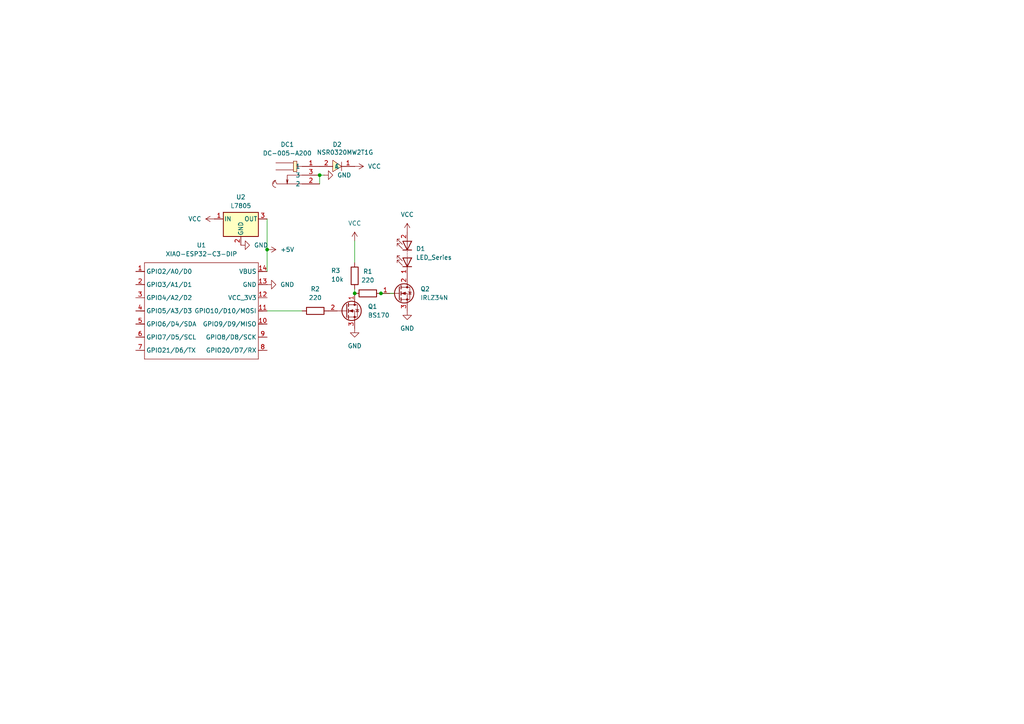
<source format=kicad_sch>
(kicad_sch (version 20250114) (generator "eeschema") (generator_version "9.0")
  (paper "A4")
  (lib_symbols
    (symbol "Device:LED_Series" (pin_names (offset 1.016) (hide yes))
      (property "Reference" "D" (at 0 5.715 0))
      (property "Value" "LED_Series" (at 0 3.81 0))
      (symbol "LED_Series_0_1"
        (polyline (pts (xy -3.81 0) (xy -1.016 0)))
        (polyline (pts (xy -3.683 -1.27) (xy -3.683 1.27)) (stroke (width 0.254)))
        (polyline (pts (xy -3.302 1.397) (xy -1.778 2.921) (xy -2.54 2.921) (xy -1.778 2.921) (xy -1.778 2.159)))
        (polyline (pts (xy -2.032 1.397) (xy -0.508 2.921) (xy -1.27 2.921) (xy -0.508 2.921) (xy -0.508 2.159)))
        (polyline (pts (xy -1.143 -1.27) (xy -1.143 1.27) (xy -3.683 0) (xy -1.143 -1.27)) (stroke (width 0.254)))
        (polyline (pts (xy -0.508 0) (xy -0.762 0)))
        (polyline (pts (xy 0.127 0) (xy -0.127 0)))
        (polyline (pts (xy 0.508 0) (xy 0.762 0)))
        (polyline (pts (xy 1.016 0) (xy 3.81 0)))
        (polyline (pts (xy 1.143 -1.27) (xy 1.143 1.27)) (stroke (width 0.254)))
        (polyline (pts (xy 1.524 1.397) (xy 3.048 2.921) (xy 2.286 2.921) (xy 3.048 2.921) (xy 3.048 2.159)))
        (polyline (pts (xy 2.794 1.397) (xy 4.318 2.921) (xy 3.556 2.921) (xy 4.318 2.921) (xy 4.318 2.159)))
        (polyline (pts (xy 3.683 -1.27) (xy 3.683 1.27) (xy 1.143 0) (xy 3.683 -1.27)) (stroke (width 0.254)))
      )
      (symbol "LED_Series_1_1"
        (pin passive line (at -6.35 0 0) (length 2.54) (name "K") (number "1"))
        (pin passive line (at 6.35 0 180) (length 2.54) (name "A") (number "2"))
      )
    )
    (symbol "Device:R" (pin_numbers (hide yes)) (pin_names (offset 0))
      (property "Reference" "R" (at 2.032 0 90))
      (property "Value" "R" (at 0 0 90))
      (symbol "R_0_1"
        (rectangle (start -1.016 -2.54) (end 1.016 2.54) (stroke (width 0.254)))
      )
      (symbol "R_1_1"
        (pin passive line (at 0 3.81 270) (length 1.27) (name "~") (number "1"))
        (pin passive line (at 0 -3.81 90) (length 1.27) (name "~") (number "2"))
      )
    )
    (symbol "Regulator_Linear:L7805" (pin_names (offset 0.254))
      (property "Reference" "U" (at -3.81 3.175 0))
      (property "Value" "L7805" (at 0 3.175 0))
      (symbol "L7805_0_1"
        (rectangle (start -5.08 1.905) (end 5.08 -5.08) (stroke (width 0.254)) (fill (type background)))
      )
      (symbol "L7805_1_1"
        (pin power_in line (at -7.62 0 0) (length 2.54) (name "IN") (number "1"))
        (pin power_in line (at 0 -7.62 90) (length 2.54) (name "GND") (number "2"))
        (pin power_out line (at 7.62 0 180) (length 2.54) (name "OUT") (number "3"))
      )
    )
    (symbol "Seeed_Studio_XIAO_Series:XIAO-ESP32-C3-DIP"
      (property "Reference" "U" (at 1.016 2.794 0))
      (property "Value" "XIAO-ESP32-C3-DIP" (at 7.62 1.016 0))
      (symbol "XIAO-ESP32-C3-DIP_1_0"
        (polyline (pts (xy 0 0) (xy 33.02 0)) (stroke (width 0.1524)))
        (polyline (pts (xy 0 -2.54) (xy -1.27 -2.54)) (stroke (width 0.1524)))
        (polyline (pts (xy 0 -2.54) (xy 0 0)) (stroke (width 0.1524)))
        (polyline (pts (xy 0 -6.35) (xy -1.27 -6.35)) (stroke (width 0.1524)))
        (polyline (pts (xy 0 -6.35) (xy 0 -2.54)) (stroke (width 0.1524)))
        (polyline (pts (xy 0 -10.16) (xy -1.27 -10.16)) (stroke (width 0.1524)))
        (polyline (pts (xy 0 -10.16) (xy 0 -6.35)) (stroke (width 0.1524)))
        (polyline (pts (xy 0 -13.97) (xy -1.27 -13.97)) (stroke (width 0.1524)))
        (polyline (pts (xy 0 -13.97) (xy 0 -10.16)) (stroke (width 0.1524)))
        (polyline (pts (xy 0 -17.78) (xy -1.27 -17.78)) (stroke (width 0.1524)))
        (polyline (pts (xy 0 -21.59) (xy -1.27 -21.59)) (stroke (width 0.1524)))
        (polyline (pts (xy 0 -25.4) (xy -1.27 -25.4)) (stroke (width 0.1524)))
        (polyline (pts (xy 0 -27.94) (xy 0 -13.97)) (stroke (width 0.1524)))
        (polyline (pts (xy 33.02 0) (xy 33.02 -2.54)) (stroke (width 0.1524)))
        (polyline (pts (xy 33.02 -2.54) (xy 33.02 -6.35)) (stroke (width 0.1524)))
        (polyline (pts (xy 33.02 -6.35) (xy 33.02 -10.16)) (stroke (width 0.1524)))
        (polyline (pts (xy 33.02 -10.16) (xy 33.02 -27.94)) (stroke (width 0.1524)))
        (polyline (pts (xy 33.02 -27.94) (xy 0 -27.94)) (stroke (width 0.1524)))
        (polyline (pts (xy 34.29 -2.54) (xy 33.02 -2.54)) (stroke (width 0.1524)))
        (polyline (pts (xy 34.29 -6.35) (xy 33.02 -6.35)) (stroke (width 0.1524)))
        (polyline (pts (xy 34.29 -10.16) (xy 33.02 -10.16)) (stroke (width 0.1524)))
        (polyline (pts (xy 34.29 -13.97) (xy 33.02 -13.97)) (stroke (width 0.1524)))
        (polyline (pts (xy 34.29 -17.78) (xy 33.02 -17.78)) (stroke (width 0.1524)))
        (polyline (pts (xy 34.29 -21.59) (xy 33.02 -21.59)) (stroke (width 0.1524)))
        (polyline (pts (xy 34.29 -25.4) (xy 33.02 -25.4)) (stroke (width 0.1524)))
        (pin passive line (at -2.54 -2.54 0) (length 2.54) (name "GPIO2/A0/D0") (number "1"))
        (pin passive line (at -2.54 -6.35 0) (length 2.54) (name "GPIO3/A1/D1") (number "2"))
        (pin passive line (at -2.54 -10.16 0) (length 2.54) (name "GPIO4/A2/D2") (number "3"))
        (pin passive line (at -2.54 -13.97 0) (length 2.54) (name "GPIO5/A3/D3") (number "4"))
        (pin passive line (at -2.54 -17.78 0) (length 2.54) (name "GPIO6/D4/SDA") (number "5"))
        (pin passive line (at -2.54 -21.59 0) (length 2.54) (name "GPIO7/D5/SCL") (number "6"))
        (pin passive line (at -2.54 -25.4 0) (length 2.54) (name "GPIO21/D6/TX") (number "7"))
        (pin passive line (at 35.56 -2.54 180) (length 2.54) (name "VBUS") (number "14"))
        (pin passive line (at 35.56 -6.35 180) (length 2.54) (name "GND") (number "13"))
        (pin passive line (at 35.56 -10.16 180) (length 2.54) (name "VCC_3V3") (number "12"))
        (pin passive line (at 35.56 -13.97 180) (length 2.54) (name "GPIO10/D10/MOSI") (number "11"))
        (pin passive line (at 35.56 -17.78 180) (length 2.54) (name "GPIO9/D9/MISO") (number "10"))
        (pin passive line (at 35.56 -21.59 180) (length 2.54) (name "GPIO8/D8/SCK") (number "9"))
        (pin passive line (at 35.56 -25.4 180) (length 2.54) (name "GPIO20/D7/RX") (number "8"))
      )
    )
    (symbol "Transistor_FET:BS170" (pin_names (hide yes))
      (property "Reference" "Q" (at 5.08 1.905 0))
      (property "Value" "BS170" (at 5.08 0 0))
      (symbol "BS170_0_1"
        (polyline (pts (xy 0.254 1.905) (xy 0.254 -1.905)) (stroke (width 0.254)))
        (polyline (pts (xy 0.254 0) (xy -2.54 0)))
        (polyline (pts (xy 0.762 2.286) (xy 0.762 1.27)) (stroke (width 0.254)))
        (polyline (pts (xy 0.762 0.508) (xy 0.762 -0.508)) (stroke (width 0.254)))
        (polyline (pts (xy 0.762 -1.27) (xy 0.762 -2.286)) (stroke (width 0.254)))
        (polyline (pts (xy 0.762 -1.778) (xy 3.302 -1.778) (xy 3.302 1.778) (xy 0.762 1.778)))
        (polyline (pts (xy 1.016 0) (xy 2.032 0.381) (xy 2.032 -0.381) (xy 1.016 0)) (fill (type outline)))
        (circle (center 1.651 0) (radius 2.794) (stroke (width 0.254)))
        (polyline (pts (xy 2.54 2.54) (xy 2.54 1.778)))
        (circle (center 2.54 1.778) (radius 0.254) (fill (type outline)))
        (circle (center 2.54 -1.778) (radius 0.254) (fill (type outline)))
        (polyline (pts (xy 2.54 -2.54) (xy 2.54 0) (xy 0.762 0)))
        (polyline (pts (xy 2.794 0.508) (xy 2.921 0.381) (xy 3.683 0.381) (xy 3.81 0.254)))
        (polyline (pts (xy 3.302 0.381) (xy 2.921 -0.254) (xy 3.683 -0.254) (xy 3.302 0.381)))
      )
      (symbol "BS170_1_1"
        (pin input line (at -5.08 0 0) (length 2.54) (name "G") (number "2"))
        (pin passive line (at 2.54 5.08 270) (length 2.54) (name "D") (number "1"))
        (pin passive line (at 2.54 -5.08 90) (length 2.54) (name "S") (number "3"))
      )
    )
    (symbol "Transistor_FET:IRLZ34N" (pin_names (hide yes))
      (property "Reference" "Q" (at 5.08 1.905 0))
      (property "Value" "IRLZ34N" (at 5.08 0 0))
      (symbol "IRLZ34N_0_1"
        (polyline (pts (xy 0.254 1.905) (xy 0.254 -1.905)) (stroke (width 0.254)))
        (polyline (pts (xy 0.254 0) (xy -2.54 0)))
        (polyline (pts (xy 0.762 2.286) (xy 0.762 1.27)) (stroke (width 0.254)))
        (polyline (pts (xy 0.762 0.508) (xy 0.762 -0.508)) (stroke (width 0.254)))
        (polyline (pts (xy 0.762 -1.27) (xy 0.762 -2.286)) (stroke (width 0.254)))
        (polyline (pts (xy 0.762 -1.778) (xy 3.302 -1.778) (xy 3.302 1.778) (xy 0.762 1.778)))
        (polyline (pts (xy 1.016 0) (xy 2.032 0.381) (xy 2.032 -0.381) (xy 1.016 0)) (fill (type outline)))
        (circle (center 1.651 0) (radius 2.794) (stroke (width 0.254)))
        (polyline (pts (xy 2.54 2.54) (xy 2.54 1.778)))
        (circle (center 2.54 1.778) (radius 0.254) (fill (type outline)))
        (circle (center 2.54 -1.778) (radius 0.254) (fill (type outline)))
        (polyline (pts (xy 2.54 -2.54) (xy 2.54 0) (xy 0.762 0)))
        (polyline (pts (xy 2.794 0.508) (xy 2.921 0.381) (xy 3.683 0.381) (xy 3.81 0.254)))
        (polyline (pts (xy 3.302 0.381) (xy 2.921 -0.254) (xy 3.683 -0.254) (xy 3.302 0.381)))
      )
      (symbol "IRLZ34N_1_1"
        (pin input line (at -5.08 0 0) (length 2.54) (name "G") (number "1"))
        (pin passive line (at 2.54 5.08 270) (length 2.54) (name "D") (number "2"))
        (pin passive line (at 2.54 -5.08 90) (length 2.54) (name "S") (number "3"))
      )
    )
    (symbol "easyeda2kicad:DC-005-A200"
      (property "Reference" "DC" (at 0 7.62 0))
      (property "Value" "DC-005-A200" (at 0 -7.62 0))
      (symbol "DC-005-A200_0_1"
        (arc (start -7.62 -3.56) (mid -8.6021 -2.54) (end -7.62 -1.52))
        (polyline (pts (xy -4.32 -2.54) (xy -4.06 -1.27)))
        (rectangle (start -2.54 4.06) (end -1.52 1.02) (fill (type background)))
        (polyline (pts (xy -2.54 3.56) (xy -7.62 3.56)))
        (polyline (pts (xy -2.54 1.52) (xy -7.62 1.52)))
        (polyline (pts (xy 0 2.54) (xy -1.52 2.54)))
        (polyline (pts (xy 0 0) (xy -4.32 0) (xy -4.32 -2.54) (xy -4.57 -1.27)))
        (polyline (pts (xy 0 -2.54) (xy -7.37 -2.54) (xy -7.87 -1.52) (xy -8.38 -2.54)))
        (pin unspecified line (at 5.08 2.54 180) (length 5.08) (name "1") (number "1"))
        (pin unspecified line (at 5.08 0 180) (length 5.08) (name "3") (number "3"))
        (pin unspecified line (at 5.08 -2.54 180) (length 5.08) (name "2") (number "2"))
      )
    )
    (symbol "easyeda2kicad:NSR0320MW2T1G"
      (property "Reference" "D" (at 0 5.08 0))
      (property "Value" "NSR0320MW2T1G" (at 0 -5.08 0))
      (symbol "NSR0320MW2T1G_0_1"
        (polyline (pts (xy -1.27 1.27) (xy -1.27 -1.27)))
        (polyline (pts (xy 1.27 1.52) (xy -1.27 0) (xy 1.27 -1.78) (xy 1.27 1.52)) (fill (type background)))
        (pin unspecified line (at -5.08 0 0) (length 3.81) (name "C") (number "1"))
        (pin unspecified line (at 5.08 0 180) (length 3.81) (name "A") (number "2"))
      )
    )
    (symbol "power:+5V" (power) (pin_numbers (hide yes)) (pin_names (offset 0) (hide yes))
      (property "Value" "+5V" (at 0 3.556 0))
      (symbol "+5V_0_1"
        (polyline (pts (xy -0.762 1.27) (xy 0 2.54)))
        (polyline (pts (xy 0 2.54) (xy 0.762 1.27)))
        (polyline (pts (xy 0 0) (xy 0 2.54)))
      )
      (symbol "+5V_1_1"
        (pin power_in line (at 0 0 90) (length 0) (name "~") (number "1"))
      )
    )
    (symbol "power:GND" (power) (pin_numbers (hide yes)) (pin_names (offset 0) (hide yes))
      (property "Value" "GND" (at 0 -3.81 0))
      (symbol "GND_0_1"
        (polyline (pts (xy 0 0) (xy 0 -1.27) (xy 1.27 -1.27) (xy 0 -2.54) (xy -1.27 -1.27) (xy 0 -1.27)))
      )
      (symbol "GND_1_1"
        (pin power_in line (at 0 0 270) (length 0) (name "~") (number "1"))
      )
    )
    (symbol "power:VCC" (power) (pin_numbers (hide yes)) (pin_names (offset 0) (hide yes))
      (property "Value" "VCC" (at 0 3.556 0))
      (symbol "VCC_0_1"
        (polyline (pts (xy -0.762 1.27) (xy 0 2.54)))
        (polyline (pts (xy 0 2.54) (xy 0.762 1.27)))
        (polyline (pts (xy 0 0) (xy 0 2.54)))
      )
      (symbol "VCC_1_1"
        (pin power_in line (at 0 0 90) (length 0) (name "~") (number "1"))
      )
    )
  )
  (junction (at 92.71 50.8))
  (junction (at 77.47 72.39))
  (junction (at 102.87 85.09))
  (junction (at 110.49 85.09))
  (wire (pts (xy 92.71 53.34) (xy 92.71 50.8)))
  (wire (pts (xy 77.47 63.5) (xy 77.47 72.39)))
  (wire (pts (xy 110.49 85.09) (xy 114.3 85.09)))
  (wire (pts (xy 102.87 83.82) (xy 102.87 85.09)))
  (wire (pts (xy 92.71 50.8) (xy 93.98 50.8)))
  (wire (pts (xy 77.47 72.39) (xy 77.47 78.74)))
  (wire (pts (xy 102.87 69.85) (xy 102.87 76.2)))
  (wire (pts (xy 77.47 90.17) (xy 87.63 90.17)))
  (symbol (lib_id "Seeed_Studio_XIAO_Series:XIAO-ESP32-C3-DIP") (at 41.91 76.2 0) (unit 1)
    (property "Reference" "U1" (at 58.42 71.12 0))
    (property "Value" "XIAO-ESP32-C3-DIP" (at 58.42 73.66 0))
    (property "Footprint" "Seeed Studio XIAO Series Library:XIAO-ESP32C3-DIP" (effects (hide yes)))
  )
  (symbol (lib_id "Regulator_Linear:L7805") (at 69.85 63.5 0) (unit 1)
    (property "Reference" "U2" (at 69.85 57.15 0))
    (property "Value" "L7805" (at 69.85 59.69 0))
    (property "Footprint" "Package_TO_SOT_THT:TO-220-3_Vertical" (effects (hide yes)))
    (property "Datasheet" "http://www.st.com/content/ccc/resource/technical/document/datasheet/41/4f/b3/b0/12/d4/47/88/CD00000444.pdf/files/CD00000444.pdf/jcr:content/translations/en.CD00000444.pdf" (effects (hide yes)))
    (property "Description" "Positive 1.5A 35V Linear Regulator, Fixed Output 5V, TO-220/TO-263/TO-252" (effects (hide yes)))
  )
  (symbol (lib_id "power:GND") (at 77.47 82.55 90) (unit 1)
    (property "Reference" "#PWR06" (effects (hide yes)))
    (property "Value" "GND" (at 81.28 82.5499 90) (effects (justify right)))
    (property "Description" "Power symbol creates a global label with name \"GND\" , ground" (effects (hide yes)))
  )
  (symbol (lib_id "power:GND") (at 118.11 90.17 0) (unit 1)
    (property "Reference" "#PWR02" (effects (hide yes)))
    (property "Value" "GND" (at 118.11 95.25 0))
    (property "Description" "Power symbol creates a global label with name \"GND\" , ground" (effects (hide yes)))
  )
  (symbol (lib_id "easyeda2kicad:NSR0320MW2T1G") (at 97.79 48.26 180) (unit 1)
    (property "Reference" "D2" (at 97.79 41.91 0))
    (property "Value" "NSR0320MW2T1G" (at 100.076 44.196 0))
    (property "Footprint" "easyeda2kicad:SOD-323_L1.8-W1.3-LS2.5-RD" (effects (hide yes)))
    (property "Datasheet" "https://lcsc.com/product-detail/Schottky-Barrier-Diodes-SBD_ON_NSR0320MW2T1G_NSR0320MW2T1G_C48192.html" (effects (hide yes)))
    (property "LCSC Part" "C48192" (effects (hide yes)))
  )
  (symbol (lib_id "power:GND") (at 93.98 50.8 90) (unit 1)
    (property "Reference" "#PWR010" (effects (hide yes)))
    (property "Value" "GND" (at 97.79 50.7999 90) (effects (justify right)))
    (property "Description" "Power symbol creates a global label with name \"GND\" , ground" (effects (hide yes)))
  )
  (symbol (lib_id "Device:R") (at 102.87 80.01 180) (unit 1)
    (property "Reference" "R3" (at 96.012 78.486 0) (effects (justify right)))
    (property "Value" "10k" (at 96.012 81.026 0) (effects (justify right)))
    (property "Footprint" "Resistor_THT:R_Axial_DIN0309_L9.0mm_D3.2mm_P12.70mm_Horizontal" (effects (hide yes)))
    (property "Description" "Resistor" (effects (hide yes)))
  )
  (symbol (lib_id "Device:R") (at 91.44 90.17 270) (unit 1)
    (property "Reference" "R2" (at 91.44 83.82 90))
    (property "Value" "220" (at 91.44 86.36 90))
    (property "Footprint" "Resistor_THT:R_Axial_DIN0309_L9.0mm_D3.2mm_P12.70mm_Horizontal" (effects (hide yes)))
    (property "Description" "Resistor" (effects (hide yes)))
  )
  (symbol (lib_id "power:+5V") (at 77.47 72.39 270) (unit 1)
    (property "Reference" "#PWR04" (effects (hide yes)))
    (property "Value" "+5V" (at 81.28 72.3899 90) (effects (justify left)))
    (property "Description" "Power symbol creates a global label with name \"+5V\"" (effects (hide yes)))
  )
  (symbol (lib_id "Transistor_FET:BS170") (at 100.33 90.17 0) (unit 1)
    (property "Reference" "Q1" (at 106.68 88.8999 0) (effects (justify left)))
    (property "Value" "BS170" (at 106.68 91.4399 0) (effects (justify left)))
    (property "Footprint" "Package_TO_SOT_THT:TO-92_Inline" (effects (hide yes)))
    (property "Datasheet" "https://www.onsemi.com/pub/Collateral/BS170-D.PDF" (effects (hide yes)))
    (property "Description" "0.5A Id, 60V Vds, N-Channel MOSFET, TO-92" (effects (hide yes)))
  )
  (symbol (lib_id "power:GND") (at 102.87 95.25 0) (unit 1)
    (property "Reference" "#PWR05" (effects (hide yes)))
    (property "Value" "GND" (at 102.87 100.33 0))
    (property "Description" "Power symbol creates a global label with name \"GND\" , ground" (effects (hide yes)))
  )
  (symbol (lib_id "power:VCC") (at 102.87 69.85 0) (unit 1)
    (property "Reference" "#PWR09" (effects (hide yes)))
    (property "Value" "VCC" (at 102.87 64.77 0))
    (property "Description" "Power symbol creates a global label with name \"VCC\"" (effects (hide yes)))
  )
  (symbol (lib_id "Transistor_FET:IRLZ34N") (at 115.57 85.09 0) (unit 1)
    (property "Reference" "Q2" (at 121.92 83.8199 0) (effects (justify left)))
    (property "Value" "IRLZ34N" (at 121.92 86.3599 0) (effects (justify left)))
    (property "Footprint" "Package_TO_SOT_THT:TO-220-3_Vertical" (effects (hide yes)))
    (property "Datasheet" "http://www.infineon.com/dgdl/irlz34npbf.pdf?fileId=5546d462533600a40153567206892720" (effects (hide yes)))
    (property "Description" "30A Id, 55V Vds, 35mOhm Rds, N-Channel HEXFET Power MOSFET, TO-220AB" (effects (hide yes)))
  )
  (symbol (lib_id "power:GND") (at 69.85 71.12 90) (unit 1)
    (property "Reference" "#PWR07" (effects (hide yes)))
    (property "Value" "GND" (at 73.66 71.1199 90) (effects (justify right)))
    (property "Description" "Power symbol creates a global label with name \"GND\" , ground" (effects (hide yes)))
  )
  (symbol (lib_id "power:VCC") (at 118.11 67.31 0) (unit 1)
    (property "Reference" "#PWR01" (effects (hide yes)))
    (property "Value" "VCC" (at 118.11 62.23 0))
    (property "Description" "Power symbol creates a global label with name \"VCC\"" (effects (hide yes)))
  )
  (symbol (lib_id "power:VCC") (at 62.23 63.5 90) (unit 1)
    (property "Reference" "#PWR08" (effects (hide yes)))
    (property "Value" "VCC" (at 58.42 63.4999 90) (effects (justify left)))
    (property "Description" "Power symbol creates a global label with name \"VCC\"" (effects (hide yes)))
  )
  (symbol (lib_id "Device:R") (at 106.68 85.09 270) (unit 1)
    (property "Reference" "R1" (at 106.68 78.74 90))
    (property "Value" "220" (at 106.68 81.28 90))
    (property "Footprint" "Resistor_THT:R_Axial_DIN0309_L9.0mm_D3.2mm_P12.70mm_Horizontal" (effects (hide yes)))
    (property "Description" "Resistor" (effects (hide yes)))
  )
  (symbol (lib_id "easyeda2kicad:DC-005-A200") (at 87.63 50.8 0) (unit 1)
    (property "Reference" "DC1" (at 83.3289 41.91 0))
    (property "Value" "DC-005-A200" (at 83.3289 44.45 0))
    (property "Footprint" "easyeda2kicad:DC-IN-TH_DC-005-A200" (effects (hide yes)))
    (property "LCSC Part" "C720557" (effects (hide yes)))
  )
  (symbol (lib_id "Device:LED_Series") (at 118.11 73.66 90) (unit 1)
    (property "Reference" "D1" (at 120.65 72.1359 90) (effects (justify right)))
    (property "Value" "LED_Series" (at 120.65 74.6759 90) (effects (justify right)))
    (property "Footprint" "Connector_JST:JST_XH_B2B-XH-AM_1x02_P2.50mm_Vertical" (effects (hide yes)))
    (property "Description" "Several LEDs in series" (effects (hide yes)))
  )
  (symbol (lib_id "power:VCC") (at 102.87 48.26 270) (unit 1)
    (property "Reference" "#PWR011" (effects (hide yes)))
    (property "Value" "VCC" (at 106.68 48.2599 90) (effects (justify left)))
    (property "Description" "Power symbol creates a global label with name \"VCC\"" (effects (hide yes)))
  )
)
</source>
